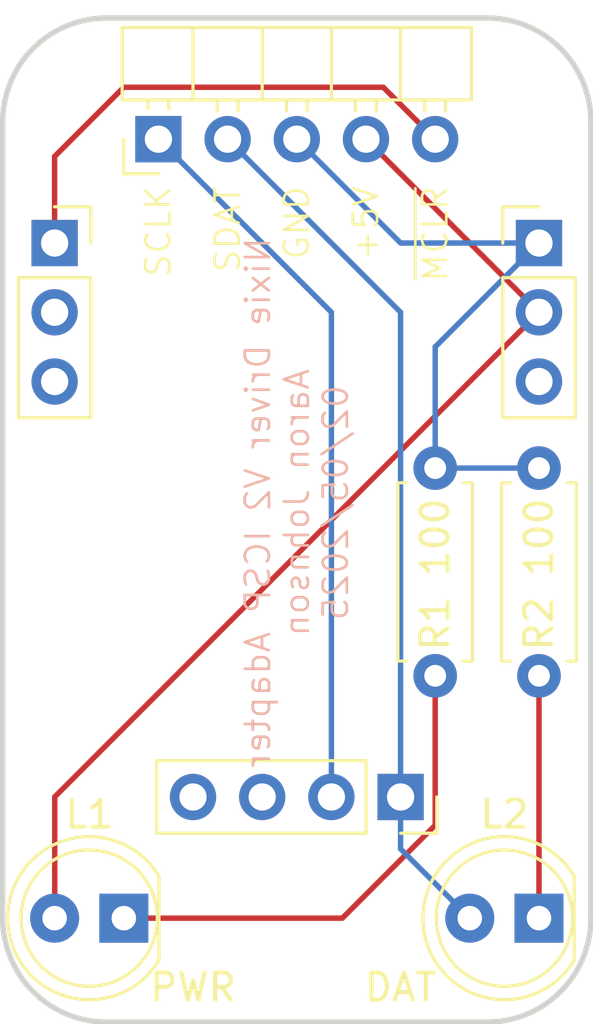
<source format=kicad_pcb>
(kicad_pcb (version 20240108) (generator "pcbnew") (generator_version "8.0")
  (layers (0 "F.Cu" signal) (31 "B.Cu" signal) (34 "B.Paste" user) (35 "F.Paste" user) (36 "B.SilkS" user "B.Silkscreen") (37 "F.SilkS" user "F.Silkscreen") (38 "B.Mask" user) (39 "F.Mask" user) (44 "Edge.Cuts" user))
  (net 0 "")
  (net 1 "GND")
  (net 2 "VDD")
  (net 7 "SDAT")
  (net 8 "SCLK")
  (net 9 "~{MCLR}")
  (net 11 "Net-(L1-K)")
  (net 12 "Net-(L2-K)")
  (footprint "Resistor_THT:R_Axial_DIN0207_L6.3mm_D2.5mm_P7.62mm_Horizontal" (layer "F.Cu") (at 132.08 133.35 90)
    (property "Reference" "R1" (hide yes))
    (property "Value" "100" (at 5.08 0 90) (layer "F.SilkS"))
    (fp_line (start 7.08 -1.37) (end 7.08 -1.04) (stroke (width 0.12)) (layer "F.SilkS"))
    (fp_line (start 0.54 -1.37) (end 7.08 -1.37) (stroke (width 0.12)) (layer "F.SilkS"))
    (fp_line (start 0.54 -1.04) (end 0.54 -1.37) (stroke (width 0.12)) (layer "F.SilkS"))
    (fp_line (start 0.54 1.04) (end 0.54 1.37) (stroke (width 0.12)) (layer "F.SilkS"))
    (fp_line (start 7.08 1.37) (end 7.08 1.04) (stroke (width 0.12)) (layer "F.SilkS"))
    (fp_line (start 0.54 1.37) (end 7.08 1.37) (stroke (width 0.12)) (layer "F.SilkS"))
    (fp_text user "${REFERENCE}" (at 1.905 0 90) (layer "F.SilkS"))
    (pad "1" thru_hole circle (at 0 0 90) (size 1.6 1.6) (drill 0.8) (layers "*.Cu" "*.Mask") (net 11 "Net-(L1-K)"))
    (pad "2" thru_hole oval (at 7.62 0 90) (size 1.6 1.6) (drill 0.8) (layers "*.Cu" "*.Mask") (net 1 "GND"))
  )
  (footprint "Resistor_THT:R_Axial_DIN0207_L6.3mm_D2.5mm_P7.62mm_Horizontal" (layer "F.Cu") (at 135.89 133.35 90)
    (property "Reference" "R2" (hide yes))
    (property "Value" "100" (at 5.08 0 90) (layer "F.SilkS"))
    (fp_line (start 7.08 -1.37) (end 7.08 -1.04) (stroke (width 0.12)) (layer "F.SilkS"))
    (fp_line (start 0.54 -1.37) (end 7.08 -1.37) (stroke (width 0.12)) (layer "F.SilkS"))
    (fp_line (start 0.54 -1.04) (end 0.54 -1.37) (stroke (width 0.12)) (layer "F.SilkS"))
    (fp_line (start 0.54 1.04) (end 0.54 1.37) (stroke (width 0.12)) (layer "F.SilkS"))
    (fp_line (start 7.08 1.37) (end 7.08 1.04) (stroke (width 0.12)) (layer "F.SilkS"))
    (fp_line (start 0.54 1.37) (end 7.08 1.37) (stroke (width 0.12)) (layer "F.SilkS"))
    (fp_text user "${REFERENCE}" (at 1.905 0 90) (layer "F.SilkS"))
    (pad "1" thru_hole circle (at 0 0 90) (size 1.6 1.6) (drill 0.8) (layers "*.Cu" "*.Mask") (net 12 "Net-(L2-K)"))
    (pad "2" thru_hole oval (at 7.62 0 90) (size 1.6 1.6) (drill 0.8) (layers "*.Cu" "*.Mask") (net 1 "GND"))
  )
  (footprint "Nixie:Nixie Driver V2" (layer "F.Cu") (at 127 125.095)
    (property "Reference" "N1" (hide yes))
    (property "Value" "~" (hide yes))
    (fp_line (start -10.22 -6.35) (end -10.22 -1.21) (stroke (width 0.12)) (layer "F.SilkS"))
    (fp_line (start -10.22 -6.35) (end -7.56 -6.35) (stroke (width 0.12)) (layer "F.SilkS"))
    (fp_line (start -10.22 -1.21) (end -7.56 -1.21) (stroke (width 0.12)) (layer "F.SilkS"))
    (fp_line (start -8.89 -8.95) (end -7.56 -8.95) (stroke (width 0.12)) (layer "F.SilkS"))
    (fp_line (start -7.56 -8.95) (end -7.56 -7.62) (stroke (width 0.12)) (layer "F.SilkS"))
    (fp_line (start -7.56 -6.35) (end -7.56 -1.21) (stroke (width 0.12)) (layer "F.SilkS"))
    (fp_line (start -5.14 11.37) (end -5.14 14.03) (stroke (width 0.12)) (layer "F.SilkS"))
    (fp_line (start 2.54 11.37) (end -5.14 11.37) (stroke (width 0.12)) (layer "F.SilkS"))
    (fp_line (start 2.54 11.37) (end 2.54 14.03) (stroke (width 0.12)) (layer "F.SilkS"))
    (fp_line (start 2.54 14.03) (end -5.14 14.03) (stroke (width 0.12)) (layer "F.SilkS"))
    (fp_line (start 5.14 12.7) (end 5.14 14.03) (stroke (width 0.12)) (layer "F.SilkS"))
    (fp_line (start 5.14 14.03) (end 3.81 14.03) (stroke (width 0.12)) (layer "F.SilkS"))
    (fp_line (start 7.56 -8.95) (end 7.56 -7.62) (stroke (width 0.12)) (layer "F.SilkS"))
    (fp_line (start 7.56 -8.95) (end 8.89 -8.95) (stroke (width 0.12)) (layer "F.SilkS"))
    (fp_line (start 7.56 -6.35) (end 7.56 -1.21) (stroke (width 0.12)) (layer "F.SilkS"))
    (fp_line (start 7.56 -6.35) (end 10.22 -6.35) (stroke (width 0.12)) (layer "F.SilkS"))
    (fp_line (start 7.56 -1.21) (end 10.22 -1.21) (stroke (width 0.12)) (layer "F.SilkS"))
    (fp_line (start 10.22 -6.35) (end 10.22 -1.21) (stroke (width 0.12)) (layer "F.SilkS"))
    (pad "1" thru_hole rect (at -8.89 -7.62) (size 1.7 1.7) (drill 1) (layers "*.Cu" "*.Mask") (net 9 "~{MCLR}"))
    (pad "2" thru_hole oval (at -8.89 -5.08) (size 1.7 1.7) (drill 1) (layers "*.Cu" "*.Mask"))
    (pad "3" thru_hole oval (at -8.89 -2.54) (size 1.7 1.7) (drill 1) (layers "*.Cu" "*.Mask"))
    (pad "4" thru_hole oval (at -3.81 12.7 270) (size 1.7 1.7) (drill 1) (layers "*.Cu" "*.Mask"))
    (pad "5" thru_hole oval (at -1.27 12.7 270) (size 1.7 1.7) (drill 1) (layers "*.Cu" "*.Mask"))
    (pad "6" thru_hole oval (at 1.27 12.7 270) (size 1.7 1.7) (drill 1) (layers "*.Cu" "*.Mask") (net 8 "SCLK"))
    (pad "7" thru_hole rect (at 3.81 12.7 270) (size 1.7 1.7) (drill 1) (layers "*.Cu" "*.Mask") (net 7 "SDAT"))
    (pad "8" thru_hole oval (at 8.89 -2.54) (size 1.7 1.7) (drill 1) (layers "*.Cu" "*.Mask"))
    (pad "9" thru_hole oval (at 8.89 -5.08) (size 1.7 1.7) (drill 1) (layers "*.Cu" "*.Mask") (net 2 "VDD"))
    (pad "10" thru_hole rect (at 8.89 -7.62) (size 1.7 1.7) (drill 1) (layers "*.Cu" "*.Mask") (net 1 "GND"))
  )
  (footprint "Connector_PinHeader_2.54mm:PinHeader_1x05_P2.54mm_Horizontal" (layer "F.Cu") (at 121.92 113.665 90)
    (property "Reference" "J1" (hide yes))
    (property "Value" "ICSP" (hide yes))
    (fp_line (start 4.1 -1.33) (end 1.44 -1.33) (stroke (width 0.12)) (layer "F.SilkS"))
    (fp_line (start 1.44 -1.33) (end 1.44 11.49) (stroke (width 0.12)) (layer "F.SilkS"))
    (fp_line (start -1.27 -1.27) (end 0 -1.27) (stroke (width 0.12)) (layer "F.SilkS"))
    (fp_line (start 1.11 -0.38) (end 1.44 -0.38) (stroke (width 0.12)) (layer "F.SilkS"))
    (fp_line (start -1.27 0) (end -1.27 -1.27) (stroke (width 0.12)) (layer "F.SilkS"))
    (fp_line (start 1.11 0.38) (end 1.44 0.38) (stroke (width 0.12)) (layer "F.SilkS"))
    (fp_line (start 1.44 1.27) (end 4.1 1.27) (stroke (width 0.12)) (layer "F.SilkS"))
    (fp_line (start 1.042929 2.16) (end 1.44 2.16) (stroke (width 0.12)) (layer "F.SilkS"))
    (fp_line (start 1.042929 2.92) (end 1.44 2.92) (stroke (width 0.12)) (layer "F.SilkS"))
    (fp_line (start 1.44 3.81) (end 4.1 3.81) (stroke (width 0.12)) (layer "F.SilkS"))
    (fp_line (start 1.042929 4.7) (end 1.44 4.7) (stroke (width 0.12)) (layer "F.SilkS"))
    (fp_line (start 1.042929 5.46) (end 1.44 5.46) (stroke (width 0.12)) (layer "F.SilkS"))
    (fp_line (start 1.44 6.35) (end 4.1 6.35) (stroke (width 0.12)) (layer "F.SilkS"))
    (fp_line (start 1.042929 7.24) (end 1.44 7.24) (stroke (width 0.12)) (layer "F.SilkS"))
    (fp_line (start 1.042929 8) (end 1.44 8) (stroke (width 0.12)) (layer "F.SilkS"))
    (fp_line (start 1.44 8.89) (end 4.1 8.89) (stroke (width 0.12)) (layer "F.SilkS"))
    (fp_line (start 1.042929 9.78) (end 1.44 9.78) (stroke (width 0.12)) (layer "F.SilkS"))
    (fp_line (start 1.042929 10.54) (end 1.44 10.54) (stroke (width 0.12)) (layer "F.SilkS"))
    (fp_line (start 4.1 11.49) (end 4.1 -1.33) (stroke (width 0.12)) (layer "F.SilkS"))
    (fp_line (start 1.44 11.49) (end 4.1 11.49) (stroke (width 0.12)) (layer "F.SilkS"))
    (pad "1" thru_hole rect (at 0 0 90) (size 1.7 1.7) (drill 1) (layers "*.Cu" "*.Mask") (net 8 "SCLK"))
    (pad "2" thru_hole oval (at 0 2.54 90) (size 1.7 1.7) (drill 1) (layers "*.Cu" "*.Mask") (net 7 "SDAT"))
    (pad "3" thru_hole oval (at 0 5.08 90) (size 1.7 1.7) (drill 1) (layers "*.Cu" "*.Mask") (net 1 "GND"))
    (pad "4" thru_hole oval (at 0 7.62 90) (size 1.7 1.7) (drill 1) (layers "*.Cu" "*.Mask") (net 2 "VDD"))
    (pad "5" thru_hole oval (at 0 10.16 90) (size 1.7 1.7) (drill 1) (layers "*.Cu" "*.Mask") (net 9 "~{MCLR}"))
  )
  (footprint "LED_THT:LED_D5.0mm" (layer "F.Cu") (at 135.89 142.24 180)
    (property "Reference" "L2" (at 1.27 3.81 360) (layer "F.SilkS"))
    (property "Value" "DAT" (at 5.08 -2.54 180) (layer "F.SilkS"))
    (fp_line (start -1.29 -1.545) (end -1.29 1.545) (stroke (width 0.12)) (layer "F.SilkS"))
    (fp_arc (start 4.26 -0.000462) (mid 2.072002 2.880433) (end -1.29 1.54483) (stroke (width 0.12)) (layer "F.SilkS"))
    (fp_arc (start -1.29 -1.54483) (mid 2.072002 -2.880433) (end 4.26 0.000462) (stroke (width 0.12)) (layer "F.SilkS"))
    (fp_circle (center 1.27 0) (end 3.77 0) (stroke (width 0.12)) (fill none) (layer "F.SilkS"))
    (pad "1" thru_hole rect (at 0 0 180) (size 1.8 1.8) (drill 0.9) (layers "*.Cu" "*.Mask") (net 12 "Net-(L2-K)"))
    (pad "2" thru_hole circle (at 2.54 0 180) (size 1.8 1.8) (drill 0.9) (layers "*.Cu" "*.Mask") (net 7 "SDAT"))
  )
  (footprint "LED_THT:LED_D5.0mm" (layer "F.Cu") (at 120.65 142.24 180)
    (property "Reference" "L1" (at 1.27 3.81 360) (layer "F.SilkS"))
    (property "Value" "PWR" (at -2.54 -2.54 0) (layer "F.SilkS"))
    (fp_line (start -1.29 -1.545) (end -1.29 1.545) (stroke (width 0.12)) (layer "F.SilkS"))
    (fp_arc (start 4.26 -0.000462) (mid 2.072002 2.880433) (end -1.29 1.54483) (stroke (width 0.12)) (layer "F.SilkS"))
    (fp_arc (start -1.29 -1.54483) (mid 2.072002 -2.880433) (end 4.26 0.000462) (stroke (width 0.12)) (layer "F.SilkS"))
    (fp_circle (center 1.27 0) (end 3.77 0) (stroke (width 0.12)) (fill none) (layer "F.SilkS"))
    (pad "1" thru_hole rect (at 0 0 180) (size 1.8 1.8) (drill 0.9) (layers "*.Cu" "*.Mask") (net 11 "Net-(L1-K)"))
    (pad "2" thru_hole circle (at 2.54 0 180) (size 1.8 1.8) (drill 0.9) (layers "*.Cu" "*.Mask") (net 2 "VDD"))
  )
  (gr_arc (start 116.205 113.03) (mid 117.320923 110.335923) (end 120.015 109.22) (stroke (width 0.2)) (layer "Edge.Cuts"))
  (gr_line (start 120.015 109.22) (end 133.985 109.22) (stroke (width 0.2)) (layer "Edge.Cuts"))
  (gr_arc (start 133.985 109.22) (mid 136.679077 110.335923) (end 137.795 113.03) (stroke (width 0.2)) (layer "Edge.Cuts"))
  (gr_arc (start 120.015 146.05) (mid 117.320923 144.934077) (end 116.205 142.24) (stroke (width 0.2)) (layer "Edge.Cuts"))
  (gr_line (start 116.205 142.24) (end 116.205 113.03) (stroke (width 0.2)) (layer "Edge.Cuts"))
  (gr_line (start 133.985 146.05) (end 120.015 146.05) (stroke (width 0.2)) (layer "Edge.Cuts"))
  (gr_line (start 137.795 113.03) (end 137.795 142.24) (stroke (width 0.2)) (layer "Edge.Cuts"))
  (gr_arc (start 137.795 142.24) (mid 136.679077 144.934077) (end 133.985 146.05) (stroke (width 0.2)) (layer "Edge.Cuts"))
  (gr_text "Nixie Driver V2 ICSP Adapter\nAaron Johnson\n02/05/2025" (at 127 127 90) (layer "B.SilkS") (effects (font (size 0.8883 0.8883) (thickness 0.0987)) (justify mirror)))
  (gr_text "~{MCLR}" (at 132.08 115.316 90) (layer "F.SilkS") (effects (font (size 0.8883 0.8883) (thickness 0.0987)) (justify right)))
  (gr_text "GND" (at 127 115.316 90) (layer "F.SilkS") (effects (font (size 0.8883 0.8883) (thickness 0.0987)) (justify right)))
  (gr_text "SDAT" (at 124.46 115.316 90) (layer "F.SilkS") (effects (font (size 0.8883 0.8883) (thickness 0.0987)) (justify right)))
  (gr_text "SCLK" (at 121.92 115.316 90) (layer "F.SilkS") (effects (font (size 0.8883 0.8883) (thickness 0.0987)) (justify right)))
  (gr_text "+5V" (at 129.54 115.316 90) (layer "F.SilkS") (effects (font (size 0.8883 0.8883) (thickness 0.0987)) (justify right)))
  (segment (start 132.08 125.73) (end 132.08 121.285) (width 0.2) (layer "B.Cu") (net 1))
  (segment (start 130.81 117.475) (end 127 113.665) (width 0.2) (layer "B.Cu") (net 1))
  (segment (start 132.08 121.285) (end 135.89 117.475) (width 0.2) (layer "B.Cu") (net 1))
  (segment (start 135.89 117.475) (end 130.81 117.475) (width 0.2) (layer "B.Cu") (net 1))
  (segment (start 135.89 125.73) (end 132.08 125.73) (width 0.2) (layer "B.Cu") (net 1))
  (segment (start 118.11 142.24) (end 118.115 142.235) (width 0.2) (layer "F.Cu") (net 2))
  (segment (start 118.115 137.79) (end 135.89 120.015) (width 0.2) (layer "F.Cu") (net 2))
  (segment (start 135.89 120.015) (end 129.54 113.665) (width 0.2) (layer "F.Cu") (net 2))
  (segment (start 118.115 142.235) (end 118.115 137.79) (width 0.2) (layer "F.Cu") (net 2))
  (segment (start 130.81 137.795) (end 130.81 139.7) (width 0.2) (layer "B.Cu") (net 7))
  (segment (start 130.81 139.7) (end 133.35 142.24) (width 0.2) (layer "B.Cu") (net 7))
  (segment (start 130.81 137.795) (end 130.81 120.015) (width 0.2) (layer "B.Cu") (net 7))
  (segment (start 130.81 120.015) (end 124.46 113.665) (width 0.2) (layer "B.Cu") (net 7))
  (segment (start 128.27 137.795) (end 128.27 120.015) (width 0.2) (layer "B.Cu") (net 8))
  (segment (start 128.27 120.015) (end 121.92 113.665) (width 0.2) (layer "B.Cu") (net 8))
  (segment (start 118.11 117.475) (end 118.11 114.3) (width 0.2) (layer "F.Cu") (net 9))
  (segment (start 118.11 114.3) (end 120.65 111.76) (width 0.2) (layer "F.Cu") (net 9))
  (segment (start 130.175 111.76) (end 132.08 113.665) (width 0.2) (layer "F.Cu") (net 9))
  (segment (start 120.65 111.76) (end 130.175 111.76) (width 0.2) (layer "F.Cu") (net 9))
  (segment (start 128.6714 142.24) (end 132.08 138.8314) (width 0.2) (layer "F.Cu") (net 11))
  (segment (start 120.65 142.24) (end 128.6714 142.24) (width 0.2) (layer "F.Cu") (net 11))
  (segment (start 132.08 138.8314) (end 132.08 133.35) (width 0.2) (layer "F.Cu") (net 11))
  (segment (start 135.89 142.24) (end 135.89 133.35) (width 0.2) (layer "F.Cu") (net 12))
)
</source>
